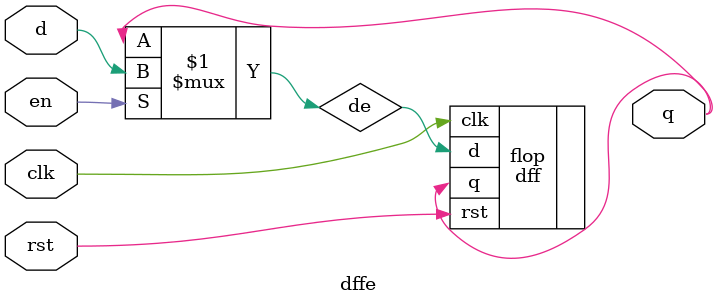
<source format=v>
module dffe (q, d, en, clk, rst);
    
    
    input d;
    input en;
    input clk;
    input rst;
    
    output q;
    
    wire  de;
    
    assign de = en ? d : q;
    
    dff flop(
        .q(q),
        .d(de),
        .clk(clk),
        .rst(rst)
    );
    
endmodule

</source>
